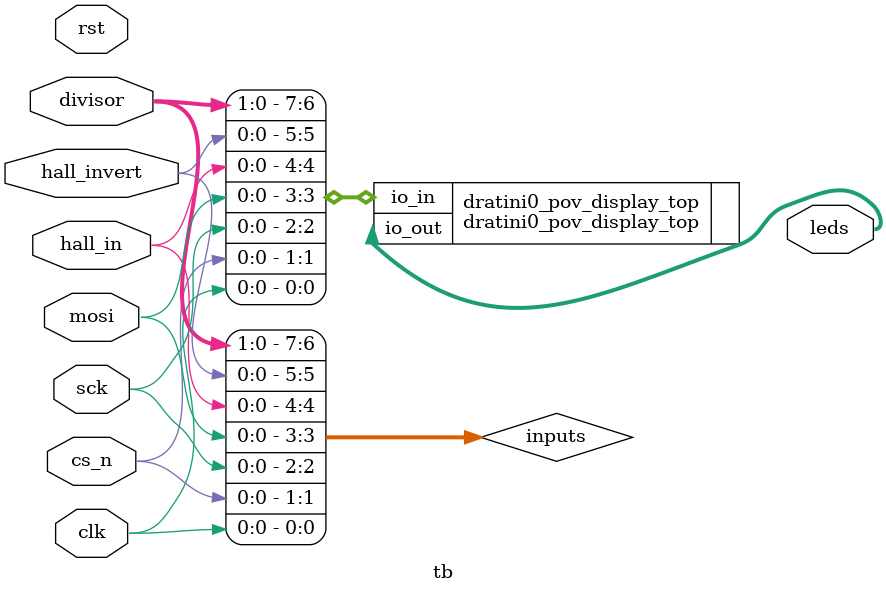
<source format=v>
`default_nettype none
`timescale 10us/10us

/*
this testbench just instantiates the module and makes some convenient wires
that can be driven / tested by the cocotb test.py
*/

module tb (
    // testbench is controlled by test.py
    input clk,
    input rst,
    input cs_n,
    input sck,
    input mosi,
    input hall_in,
    input hall_invert,
    input [1:0] divisor,

    output [7:0] leds
   );

    // this part dumps the trace to a vcd file that can be viewed with GTKWave
    initial begin
        $dumpfile ("test_pov_display_gl.fst");
        $dumpvars (0, tb);
        #1;
    end

    // wire up the inputs and outputs
    wire [7:0] inputs = {divisor, hall_invert, hall_in, mosi, sck, cs_n, clk};

    // instantiate the DUT
    dratini0_pov_display_top dratini0_pov_display_top(
        `ifdef GL_TEST
            .vccd1( 1'b1),
            .vssd1( 1'b0),
        `endif
        .io_in  (inputs),
        .io_out (leds)
        );

endmodule

</source>
